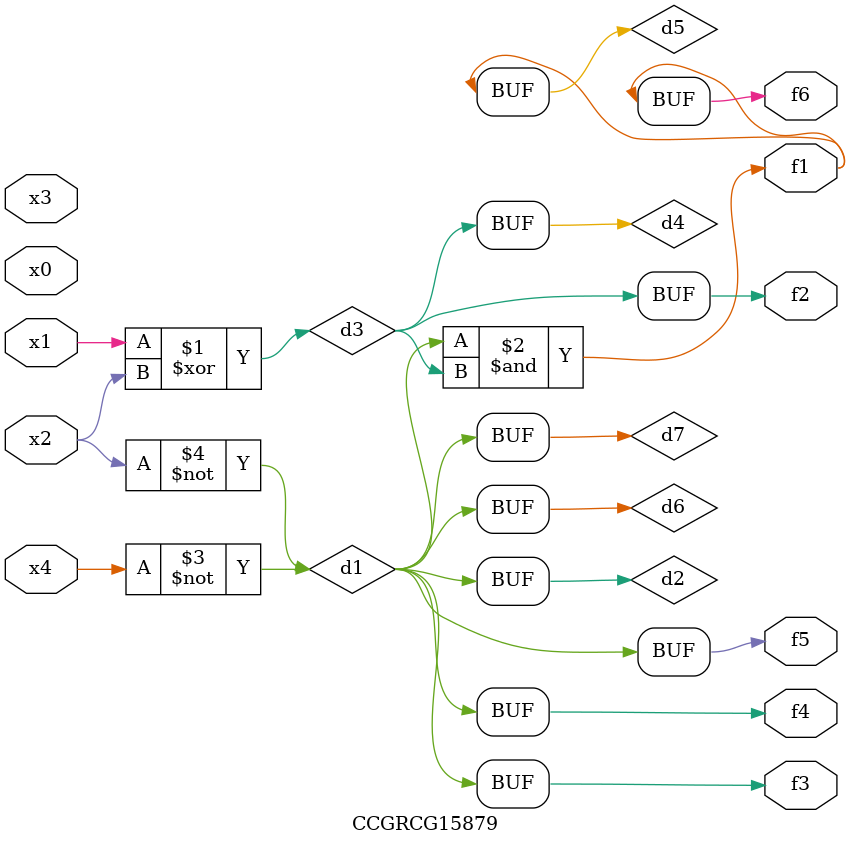
<source format=v>
module CCGRCG15879(
	input x0, x1, x2, x3, x4,
	output f1, f2, f3, f4, f5, f6
);

	wire d1, d2, d3, d4, d5, d6, d7;

	not (d1, x4);
	not (d2, x2);
	xor (d3, x1, x2);
	buf (d4, d3);
	and (d5, d1, d3);
	buf (d6, d1, d2);
	buf (d7, d2);
	assign f1 = d5;
	assign f2 = d4;
	assign f3 = d7;
	assign f4 = d7;
	assign f5 = d7;
	assign f6 = d5;
endmodule

</source>
